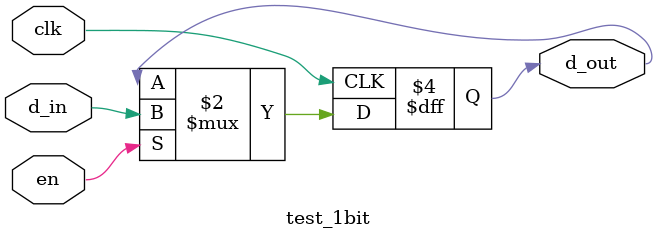
<source format=v>
`timescale 1ns / 1ps
module test_1bit(


input d_in, // Data input
input clk, // clock input
input en,
output reg d_out // output Q


);

always @(posedge clk)
begin
if(en)
d_out<= d_in;
end
endmodule


</source>
